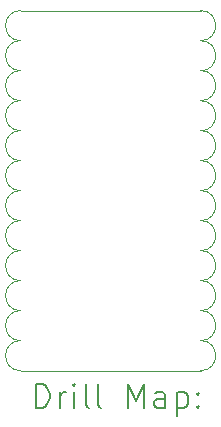
<source format=gbr>
%TF.GenerationSoftware,KiCad,Pcbnew,8.0.3+1*%
%TF.CreationDate,2024-06-24T22:52:18-04:00*%
%TF.ProjectId,RP2040_ZERO_REV,52503230-3430-45f5-9a45-524f5f524556,rev?*%
%TF.SameCoordinates,Original*%
%TF.FileFunction,Drillmap*%
%TF.FilePolarity,Positive*%
%FSLAX45Y45*%
G04 Gerber Fmt 4.5, Leading zero omitted, Abs format (unit mm)*
G04 Created by KiCad (PCBNEW 8.0.3+1) date 2024-06-24 22:52:18*
%MOMM*%
%LPD*%
G01*
G04 APERTURE LIST*
%ADD10C,0.050000*%
%ADD11C,0.200000*%
G04 APERTURE END LIST*
D10*
X15240000Y-8980500D02*
G75*
G02*
X15240000Y-8725500I0J127500D01*
G01*
X16764000Y-9995500D02*
G75*
G02*
X16764000Y-10250500I0J-127500D01*
G01*
X16764000Y-8979500D02*
G75*
G02*
X16764000Y-9234500I0J-127500D01*
G01*
X15240000Y-7710500D02*
G75*
G02*
X15240000Y-7455500I0J127500D01*
G01*
X15240000Y-9996500D02*
G75*
G02*
X15240000Y-9741500I0J127500D01*
G01*
X15240000Y-8218500D02*
G75*
G02*
X15240000Y-7963500I0J127500D01*
G01*
X16764000Y-7456500D02*
G75*
G02*
X16764000Y-7711500I0J-127500D01*
G01*
X15240000Y-9742500D02*
G75*
G02*
X15240000Y-9487500I0J127500D01*
G01*
X15240000Y-7964500D02*
G75*
G02*
X15240000Y-7709500I0J127500D01*
G01*
X16764000Y-7201500D02*
X15240000Y-7201500D01*
X15240000Y-9488500D02*
G75*
G02*
X15240000Y-9233500I0J127500D01*
G01*
X15240000Y-8726500D02*
G75*
G02*
X15240000Y-8471500I0J127500D01*
G01*
X15240000Y-10250500D02*
G75*
G02*
X15240000Y-9995500I0J127500D01*
G01*
X16764000Y-7964500D02*
G75*
G02*
X16764000Y-8219500I0J-127500D01*
G01*
X16764000Y-8471500D02*
G75*
G02*
X16764000Y-8726500I0J-127500D01*
G01*
X15240000Y-9234500D02*
G75*
G02*
X15240000Y-8979500I0J127500D01*
G01*
X16764000Y-9741500D02*
G75*
G02*
X16764000Y-9996500I0J-127500D01*
G01*
X15240000Y-8472500D02*
G75*
G02*
X15240000Y-8217500I0J127500D01*
G01*
X16764000Y-9233500D02*
G75*
G02*
X16764000Y-9488500I0J-127500D01*
G01*
X16764000Y-7201500D02*
G75*
G02*
X16764000Y-7456500I0J-127500D01*
G01*
X16764000Y-8217500D02*
G75*
G02*
X16764000Y-8472500I0J-127500D01*
G01*
X15240000Y-10250500D02*
X16764000Y-10250500D01*
X16764000Y-9487500D02*
G75*
G02*
X16764000Y-9742500I0J-127500D01*
G01*
X16764000Y-8725500D02*
G75*
G02*
X16764000Y-8980500I0J-127500D01*
G01*
X16764000Y-7709500D02*
G75*
G02*
X16764000Y-7964500I0J-127500D01*
G01*
X15240000Y-7456500D02*
G75*
G02*
X15240000Y-7201500I0J127500D01*
G01*
D11*
X15370777Y-10564484D02*
X15370777Y-10364484D01*
X15370777Y-10364484D02*
X15418396Y-10364484D01*
X15418396Y-10364484D02*
X15446967Y-10374008D01*
X15446967Y-10374008D02*
X15466015Y-10393055D01*
X15466015Y-10393055D02*
X15475539Y-10412103D01*
X15475539Y-10412103D02*
X15485062Y-10450198D01*
X15485062Y-10450198D02*
X15485062Y-10478770D01*
X15485062Y-10478770D02*
X15475539Y-10516865D01*
X15475539Y-10516865D02*
X15466015Y-10535912D01*
X15466015Y-10535912D02*
X15446967Y-10554960D01*
X15446967Y-10554960D02*
X15418396Y-10564484D01*
X15418396Y-10564484D02*
X15370777Y-10564484D01*
X15570777Y-10564484D02*
X15570777Y-10431150D01*
X15570777Y-10469246D02*
X15580301Y-10450198D01*
X15580301Y-10450198D02*
X15589824Y-10440674D01*
X15589824Y-10440674D02*
X15608872Y-10431150D01*
X15608872Y-10431150D02*
X15627920Y-10431150D01*
X15694586Y-10564484D02*
X15694586Y-10431150D01*
X15694586Y-10364484D02*
X15685062Y-10374008D01*
X15685062Y-10374008D02*
X15694586Y-10383531D01*
X15694586Y-10383531D02*
X15704110Y-10374008D01*
X15704110Y-10374008D02*
X15694586Y-10364484D01*
X15694586Y-10364484D02*
X15694586Y-10383531D01*
X15818396Y-10564484D02*
X15799348Y-10554960D01*
X15799348Y-10554960D02*
X15789824Y-10535912D01*
X15789824Y-10535912D02*
X15789824Y-10364484D01*
X15923158Y-10564484D02*
X15904110Y-10554960D01*
X15904110Y-10554960D02*
X15894586Y-10535912D01*
X15894586Y-10535912D02*
X15894586Y-10364484D01*
X16151729Y-10564484D02*
X16151729Y-10364484D01*
X16151729Y-10364484D02*
X16218396Y-10507341D01*
X16218396Y-10507341D02*
X16285062Y-10364484D01*
X16285062Y-10364484D02*
X16285062Y-10564484D01*
X16466015Y-10564484D02*
X16466015Y-10459722D01*
X16466015Y-10459722D02*
X16456491Y-10440674D01*
X16456491Y-10440674D02*
X16437443Y-10431150D01*
X16437443Y-10431150D02*
X16399348Y-10431150D01*
X16399348Y-10431150D02*
X16380301Y-10440674D01*
X16466015Y-10554960D02*
X16446967Y-10564484D01*
X16446967Y-10564484D02*
X16399348Y-10564484D01*
X16399348Y-10564484D02*
X16380301Y-10554960D01*
X16380301Y-10554960D02*
X16370777Y-10535912D01*
X16370777Y-10535912D02*
X16370777Y-10516865D01*
X16370777Y-10516865D02*
X16380301Y-10497817D01*
X16380301Y-10497817D02*
X16399348Y-10488293D01*
X16399348Y-10488293D02*
X16446967Y-10488293D01*
X16446967Y-10488293D02*
X16466015Y-10478770D01*
X16561253Y-10431150D02*
X16561253Y-10631150D01*
X16561253Y-10440674D02*
X16580301Y-10431150D01*
X16580301Y-10431150D02*
X16618396Y-10431150D01*
X16618396Y-10431150D02*
X16637443Y-10440674D01*
X16637443Y-10440674D02*
X16646967Y-10450198D01*
X16646967Y-10450198D02*
X16656491Y-10469246D01*
X16656491Y-10469246D02*
X16656491Y-10526389D01*
X16656491Y-10526389D02*
X16646967Y-10545436D01*
X16646967Y-10545436D02*
X16637443Y-10554960D01*
X16637443Y-10554960D02*
X16618396Y-10564484D01*
X16618396Y-10564484D02*
X16580301Y-10564484D01*
X16580301Y-10564484D02*
X16561253Y-10554960D01*
X16742205Y-10545436D02*
X16751729Y-10554960D01*
X16751729Y-10554960D02*
X16742205Y-10564484D01*
X16742205Y-10564484D02*
X16732682Y-10554960D01*
X16732682Y-10554960D02*
X16742205Y-10545436D01*
X16742205Y-10545436D02*
X16742205Y-10564484D01*
X16742205Y-10440674D02*
X16751729Y-10450198D01*
X16751729Y-10450198D02*
X16742205Y-10459722D01*
X16742205Y-10459722D02*
X16732682Y-10450198D01*
X16732682Y-10450198D02*
X16742205Y-10440674D01*
X16742205Y-10440674D02*
X16742205Y-10459722D01*
M02*

</source>
